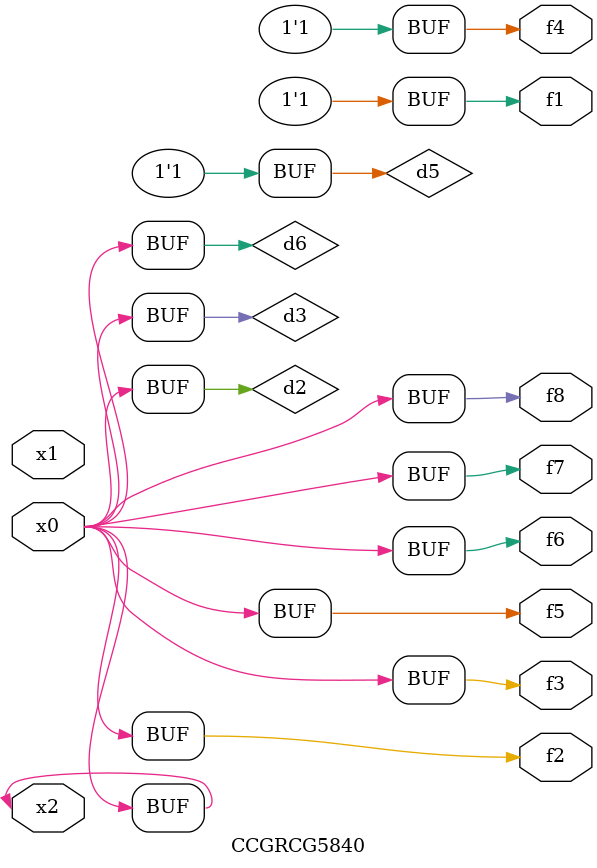
<source format=v>
module CCGRCG5840(
	input x0, x1, x2,
	output f1, f2, f3, f4, f5, f6, f7, f8
);

	wire d1, d2, d3, d4, d5, d6;

	xnor (d1, x2);
	buf (d2, x0, x2);
	and (d3, x0);
	xnor (d4, x1, x2);
	nand (d5, d1, d3);
	buf (d6, d2, d3);
	assign f1 = d5;
	assign f2 = d6;
	assign f3 = d6;
	assign f4 = d5;
	assign f5 = d6;
	assign f6 = d6;
	assign f7 = d6;
	assign f8 = d6;
endmodule

</source>
